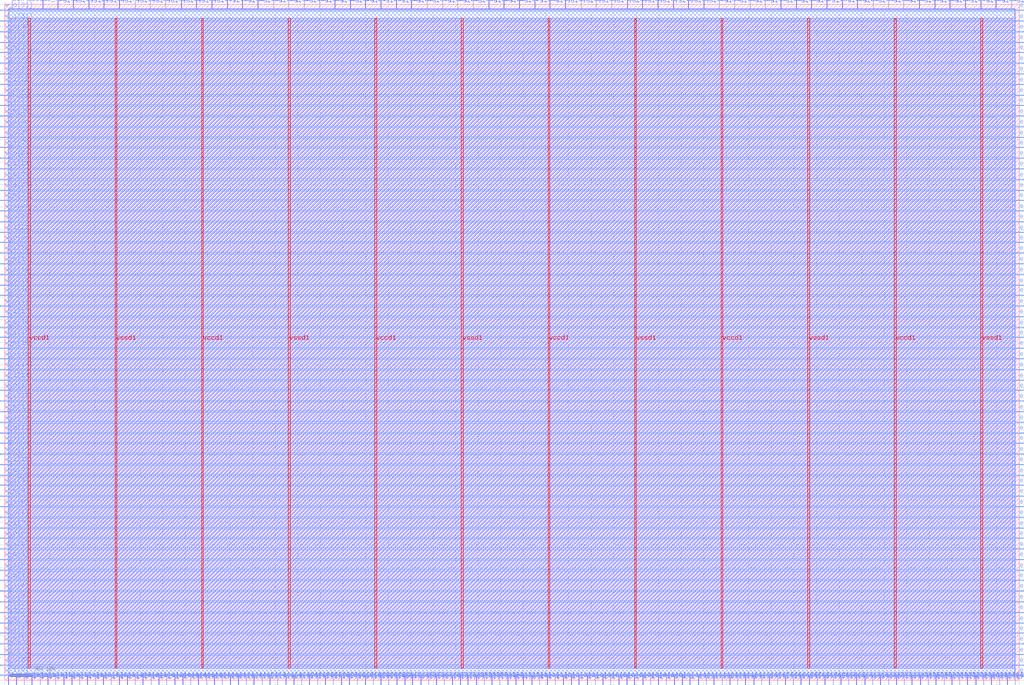
<source format=lef>
VERSION 5.7 ;
  NOWIREEXTENSIONATPIN ON ;
  DIVIDERCHAR "/" ;
  BUSBITCHARS "[]" ;
MACRO sin3
  CLASS BLOCK ;
  FOREIGN sin3 ;
  ORIGIN 0.000 0.000 ;
  SIZE 900.000 BY 600.000 ;
  PIN ao_reg[0]
    DIRECTION OUTPUT TRISTATE ;
    USE SIGNAL ;
    PORT
      LAYER met2 ;
        RECT 33.670 596.000 33.950 604.000 ;
    END
  END ao_reg[0]
  PIN ao_reg[10]
    DIRECTION OUTPUT TRISTATE ;
    USE SIGNAL ;
    PORT
      LAYER met2 ;
        RECT 169.830 596.000 170.110 604.000 ;
    END
  END ao_reg[10]
  PIN ao_reg[11]
    DIRECTION OUTPUT TRISTATE ;
    USE SIGNAL ;
    PORT
      LAYER met2 ;
        RECT 183.630 596.000 183.910 604.000 ;
    END
  END ao_reg[11]
  PIN ao_reg[12]
    DIRECTION OUTPUT TRISTATE ;
    USE SIGNAL ;
    PORT
      LAYER met2 ;
        RECT 197.430 596.000 197.710 604.000 ;
    END
  END ao_reg[12]
  PIN ao_reg[13]
    DIRECTION OUTPUT TRISTATE ;
    USE SIGNAL ;
    PORT
      LAYER met2 ;
        RECT 210.770 596.000 211.050 604.000 ;
    END
  END ao_reg[13]
  PIN ao_reg[14]
    DIRECTION OUTPUT TRISTATE ;
    USE SIGNAL ;
    PORT
      LAYER met2 ;
        RECT 224.570 596.000 224.850 604.000 ;
    END
  END ao_reg[14]
  PIN ao_reg[15]
    DIRECTION OUTPUT TRISTATE ;
    USE SIGNAL ;
    PORT
      LAYER met2 ;
        RECT 238.370 596.000 238.650 604.000 ;
    END
  END ao_reg[15]
  PIN ao_reg[16]
    DIRECTION OUTPUT TRISTATE ;
    USE SIGNAL ;
    PORT
      LAYER met2 ;
        RECT 251.710 596.000 251.990 604.000 ;
    END
  END ao_reg[16]
  PIN ao_reg[17]
    DIRECTION OUTPUT TRISTATE ;
    USE SIGNAL ;
    PORT
      LAYER met2 ;
        RECT 265.510 596.000 265.790 604.000 ;
    END
  END ao_reg[17]
  PIN ao_reg[18]
    DIRECTION OUTPUT TRISTATE ;
    USE SIGNAL ;
    PORT
      LAYER met2 ;
        RECT 279.310 596.000 279.590 604.000 ;
    END
  END ao_reg[18]
  PIN ao_reg[19]
    DIRECTION OUTPUT TRISTATE ;
    USE SIGNAL ;
    PORT
      LAYER met2 ;
        RECT 292.650 596.000 292.930 604.000 ;
    END
  END ao_reg[19]
  PIN ao_reg[1]
    DIRECTION OUTPUT TRISTATE ;
    USE SIGNAL ;
    PORT
      LAYER met2 ;
        RECT 47.010 596.000 47.290 604.000 ;
    END
  END ao_reg[1]
  PIN ao_reg[20]
    DIRECTION OUTPUT TRISTATE ;
    USE SIGNAL ;
    PORT
      LAYER met2 ;
        RECT 306.450 596.000 306.730 604.000 ;
    END
  END ao_reg[20]
  PIN ao_reg[21]
    DIRECTION OUTPUT TRISTATE ;
    USE SIGNAL ;
    PORT
      LAYER met2 ;
        RECT 319.790 596.000 320.070 604.000 ;
    END
  END ao_reg[21]
  PIN ao_reg[22]
    DIRECTION OUTPUT TRISTATE ;
    USE SIGNAL ;
    PORT
      LAYER met2 ;
        RECT 333.590 596.000 333.870 604.000 ;
    END
  END ao_reg[22]
  PIN ao_reg[23]
    DIRECTION OUTPUT TRISTATE ;
    USE SIGNAL ;
    PORT
      LAYER met2 ;
        RECT 347.390 596.000 347.670 604.000 ;
    END
  END ao_reg[23]
  PIN ao_reg[24]
    DIRECTION OUTPUT TRISTATE ;
    USE SIGNAL ;
    PORT
      LAYER met2 ;
        RECT 360.730 596.000 361.010 604.000 ;
    END
  END ao_reg[24]
  PIN ao_reg[25]
    DIRECTION OUTPUT TRISTATE ;
    USE SIGNAL ;
    PORT
      LAYER met2 ;
        RECT 374.530 596.000 374.810 604.000 ;
    END
  END ao_reg[25]
  PIN ao_reg[26]
    DIRECTION OUTPUT TRISTATE ;
    USE SIGNAL ;
    PORT
      LAYER met2 ;
        RECT 388.330 596.000 388.610 604.000 ;
    END
  END ao_reg[26]
  PIN ao_reg[27]
    DIRECTION OUTPUT TRISTATE ;
    USE SIGNAL ;
    PORT
      LAYER met2 ;
        RECT 401.670 596.000 401.950 604.000 ;
    END
  END ao_reg[27]
  PIN ao_reg[28]
    DIRECTION OUTPUT TRISTATE ;
    USE SIGNAL ;
    PORT
      LAYER met2 ;
        RECT 415.470 596.000 415.750 604.000 ;
    END
  END ao_reg[28]
  PIN ao_reg[29]
    DIRECTION OUTPUT TRISTATE ;
    USE SIGNAL ;
    PORT
      LAYER met2 ;
        RECT 429.270 596.000 429.550 604.000 ;
    END
  END ao_reg[29]
  PIN ao_reg[2]
    DIRECTION OUTPUT TRISTATE ;
    USE SIGNAL ;
    PORT
      LAYER met2 ;
        RECT 60.810 596.000 61.090 604.000 ;
    END
  END ao_reg[2]
  PIN ao_reg[30]
    DIRECTION OUTPUT TRISTATE ;
    USE SIGNAL ;
    PORT
      LAYER met2 ;
        RECT 442.610 596.000 442.890 604.000 ;
    END
  END ao_reg[30]
  PIN ao_reg[31]
    DIRECTION OUTPUT TRISTATE ;
    USE SIGNAL ;
    PORT
      LAYER met2 ;
        RECT 456.410 596.000 456.690 604.000 ;
    END
  END ao_reg[31]
  PIN ao_reg[3]
    DIRECTION OUTPUT TRISTATE ;
    USE SIGNAL ;
    PORT
      LAYER met2 ;
        RECT 74.610 596.000 74.890 604.000 ;
    END
  END ao_reg[3]
  PIN ao_reg[4]
    DIRECTION OUTPUT TRISTATE ;
    USE SIGNAL ;
    PORT
      LAYER met2 ;
        RECT 87.950 596.000 88.230 604.000 ;
    END
  END ao_reg[4]
  PIN ao_reg[5]
    DIRECTION OUTPUT TRISTATE ;
    USE SIGNAL ;
    PORT
      LAYER met2 ;
        RECT 101.750 596.000 102.030 604.000 ;
    END
  END ao_reg[5]
  PIN ao_reg[6]
    DIRECTION OUTPUT TRISTATE ;
    USE SIGNAL ;
    PORT
      LAYER met2 ;
        RECT 115.550 596.000 115.830 604.000 ;
    END
  END ao_reg[6]
  PIN ao_reg[7]
    DIRECTION OUTPUT TRISTATE ;
    USE SIGNAL ;
    PORT
      LAYER met2 ;
        RECT 128.890 596.000 129.170 604.000 ;
    END
  END ao_reg[7]
  PIN ao_reg[8]
    DIRECTION OUTPUT TRISTATE ;
    USE SIGNAL ;
    PORT
      LAYER met2 ;
        RECT 142.690 596.000 142.970 604.000 ;
    END
  END ao_reg[8]
  PIN ao_reg[9]
    DIRECTION OUTPUT TRISTATE ;
    USE SIGNAL ;
    PORT
      LAYER met2 ;
        RECT 156.490 596.000 156.770 604.000 ;
    END
  END ao_reg[9]
  PIN asel
    DIRECTION INPUT ;
    USE SIGNAL ;
    PORT
      LAYER met2 ;
        RECT 19.870 596.000 20.150 604.000 ;
    END
  END asel
  PIN bo_reg[0]
    DIRECTION OUTPUT TRISTATE ;
    USE SIGNAL ;
    PORT
      LAYER met2 ;
        RECT 470.210 596.000 470.490 604.000 ;
    END
  END bo_reg[0]
  PIN bo_reg[10]
    DIRECTION OUTPUT TRISTATE ;
    USE SIGNAL ;
    PORT
      LAYER met2 ;
        RECT 606.370 596.000 606.650 604.000 ;
    END
  END bo_reg[10]
  PIN bo_reg[11]
    DIRECTION OUTPUT TRISTATE ;
    USE SIGNAL ;
    PORT
      LAYER met2 ;
        RECT 620.170 596.000 620.450 604.000 ;
    END
  END bo_reg[11]
  PIN bo_reg[12]
    DIRECTION OUTPUT TRISTATE ;
    USE SIGNAL ;
    PORT
      LAYER met2 ;
        RECT 633.510 596.000 633.790 604.000 ;
    END
  END bo_reg[12]
  PIN bo_reg[13]
    DIRECTION OUTPUT TRISTATE ;
    USE SIGNAL ;
    PORT
      LAYER met2 ;
        RECT 647.310 596.000 647.590 604.000 ;
    END
  END bo_reg[13]
  PIN bo_reg[14]
    DIRECTION OUTPUT TRISTATE ;
    USE SIGNAL ;
    PORT
      LAYER met2 ;
        RECT 661.110 596.000 661.390 604.000 ;
    END
  END bo_reg[14]
  PIN bo_reg[15]
    DIRECTION OUTPUT TRISTATE ;
    USE SIGNAL ;
    PORT
      LAYER met2 ;
        RECT 674.450 596.000 674.730 604.000 ;
    END
  END bo_reg[15]
  PIN bo_reg[16]
    DIRECTION OUTPUT TRISTATE ;
    USE SIGNAL ;
    PORT
      LAYER met2 ;
        RECT 688.250 596.000 688.530 604.000 ;
    END
  END bo_reg[16]
  PIN bo_reg[17]
    DIRECTION OUTPUT TRISTATE ;
    USE SIGNAL ;
    PORT
      LAYER met2 ;
        RECT 702.050 596.000 702.330 604.000 ;
    END
  END bo_reg[17]
  PIN bo_reg[18]
    DIRECTION OUTPUT TRISTATE ;
    USE SIGNAL ;
    PORT
      LAYER met2 ;
        RECT 715.390 596.000 715.670 604.000 ;
    END
  END bo_reg[18]
  PIN bo_reg[19]
    DIRECTION OUTPUT TRISTATE ;
    USE SIGNAL ;
    PORT
      LAYER met2 ;
        RECT 729.190 596.000 729.470 604.000 ;
    END
  END bo_reg[19]
  PIN bo_reg[1]
    DIRECTION OUTPUT TRISTATE ;
    USE SIGNAL ;
    PORT
      LAYER met2 ;
        RECT 483.550 596.000 483.830 604.000 ;
    END
  END bo_reg[1]
  PIN bo_reg[20]
    DIRECTION OUTPUT TRISTATE ;
    USE SIGNAL ;
    PORT
      LAYER met2 ;
        RECT 742.990 596.000 743.270 604.000 ;
    END
  END bo_reg[20]
  PIN bo_reg[21]
    DIRECTION OUTPUT TRISTATE ;
    USE SIGNAL ;
    PORT
      LAYER met2 ;
        RECT 756.330 596.000 756.610 604.000 ;
    END
  END bo_reg[21]
  PIN bo_reg[22]
    DIRECTION OUTPUT TRISTATE ;
    USE SIGNAL ;
    PORT
      LAYER met2 ;
        RECT 770.130 596.000 770.410 604.000 ;
    END
  END bo_reg[22]
  PIN bo_reg[23]
    DIRECTION OUTPUT TRISTATE ;
    USE SIGNAL ;
    PORT
      LAYER met2 ;
        RECT 783.930 596.000 784.210 604.000 ;
    END
  END bo_reg[23]
  PIN bo_reg[24]
    DIRECTION OUTPUT TRISTATE ;
    USE SIGNAL ;
    PORT
      LAYER met2 ;
        RECT 797.270 596.000 797.550 604.000 ;
    END
  END bo_reg[24]
  PIN bo_reg[25]
    DIRECTION OUTPUT TRISTATE ;
    USE SIGNAL ;
    PORT
      LAYER met2 ;
        RECT 811.070 596.000 811.350 604.000 ;
    END
  END bo_reg[25]
  PIN bo_reg[26]
    DIRECTION OUTPUT TRISTATE ;
    USE SIGNAL ;
    PORT
      LAYER met2 ;
        RECT 824.870 596.000 825.150 604.000 ;
    END
  END bo_reg[26]
  PIN bo_reg[27]
    DIRECTION OUTPUT TRISTATE ;
    USE SIGNAL ;
    PORT
      LAYER met2 ;
        RECT 838.210 596.000 838.490 604.000 ;
    END
  END bo_reg[27]
  PIN bo_reg[28]
    DIRECTION OUTPUT TRISTATE ;
    USE SIGNAL ;
    PORT
      LAYER met2 ;
        RECT 852.010 596.000 852.290 604.000 ;
    END
  END bo_reg[28]
  PIN bo_reg[29]
    DIRECTION OUTPUT TRISTATE ;
    USE SIGNAL ;
    PORT
      LAYER met2 ;
        RECT 865.810 596.000 866.090 604.000 ;
    END
  END bo_reg[29]
  PIN bo_reg[2]
    DIRECTION OUTPUT TRISTATE ;
    USE SIGNAL ;
    PORT
      LAYER met2 ;
        RECT 497.350 596.000 497.630 604.000 ;
    END
  END bo_reg[2]
  PIN bo_reg[30]
    DIRECTION OUTPUT TRISTATE ;
    USE SIGNAL ;
    PORT
      LAYER met2 ;
        RECT 879.150 596.000 879.430 604.000 ;
    END
  END bo_reg[30]
  PIN bo_reg[31]
    DIRECTION OUTPUT TRISTATE ;
    USE SIGNAL ;
    PORT
      LAYER met2 ;
        RECT 892.950 596.000 893.230 604.000 ;
    END
  END bo_reg[31]
  PIN bo_reg[3]
    DIRECTION OUTPUT TRISTATE ;
    USE SIGNAL ;
    PORT
      LAYER met2 ;
        RECT 511.150 596.000 511.430 604.000 ;
    END
  END bo_reg[3]
  PIN bo_reg[4]
    DIRECTION OUTPUT TRISTATE ;
    USE SIGNAL ;
    PORT
      LAYER met2 ;
        RECT 524.490 596.000 524.770 604.000 ;
    END
  END bo_reg[4]
  PIN bo_reg[5]
    DIRECTION OUTPUT TRISTATE ;
    USE SIGNAL ;
    PORT
      LAYER met2 ;
        RECT 538.290 596.000 538.570 604.000 ;
    END
  END bo_reg[5]
  PIN bo_reg[6]
    DIRECTION OUTPUT TRISTATE ;
    USE SIGNAL ;
    PORT
      LAYER met2 ;
        RECT 552.090 596.000 552.370 604.000 ;
    END
  END bo_reg[6]
  PIN bo_reg[7]
    DIRECTION OUTPUT TRISTATE ;
    USE SIGNAL ;
    PORT
      LAYER met2 ;
        RECT 565.430 596.000 565.710 604.000 ;
    END
  END bo_reg[7]
  PIN bo_reg[8]
    DIRECTION OUTPUT TRISTATE ;
    USE SIGNAL ;
    PORT
      LAYER met2 ;
        RECT 579.230 596.000 579.510 604.000 ;
    END
  END bo_reg[8]
  PIN bo_reg[9]
    DIRECTION OUTPUT TRISTATE ;
    USE SIGNAL ;
    PORT
      LAYER met2 ;
        RECT 593.030 596.000 593.310 604.000 ;
    END
  END bo_reg[9]
  PIN clk
    DIRECTION INPUT ;
    USE SIGNAL ;
    PORT
      LAYER met2 ;
        RECT 6.530 596.000 6.810 604.000 ;
    END
  END clk
  PIN e_i[0]
    DIRECTION INPUT ;
    USE SIGNAL ;
    PORT
      LAYER met3 ;
        RECT 896.000 4.120 904.000 4.720 ;
    END
  END e_i[0]
  PIN e_i[10]
    DIRECTION INPUT ;
    USE SIGNAL ;
    PORT
      LAYER met3 ;
        RECT 896.000 191.120 904.000 191.720 ;
    END
  END e_i[10]
  PIN e_i[11]
    DIRECTION INPUT ;
    USE SIGNAL ;
    PORT
      LAYER met3 ;
        RECT 896.000 210.160 904.000 210.760 ;
    END
  END e_i[11]
  PIN e_i[12]
    DIRECTION INPUT ;
    USE SIGNAL ;
    PORT
      LAYER met3 ;
        RECT 896.000 228.520 904.000 229.120 ;
    END
  END e_i[12]
  PIN e_i[13]
    DIRECTION INPUT ;
    USE SIGNAL ;
    PORT
      LAYER met3 ;
        RECT 896.000 247.560 904.000 248.160 ;
    END
  END e_i[13]
  PIN e_i[14]
    DIRECTION INPUT ;
    USE SIGNAL ;
    PORT
      LAYER met3 ;
        RECT 896.000 265.920 904.000 266.520 ;
    END
  END e_i[14]
  PIN e_i[15]
    DIRECTION INPUT ;
    USE SIGNAL ;
    PORT
      LAYER met3 ;
        RECT 896.000 284.960 904.000 285.560 ;
    END
  END e_i[15]
  PIN e_i[16]
    DIRECTION INPUT ;
    USE SIGNAL ;
    PORT
      LAYER met3 ;
        RECT 896.000 304.000 904.000 304.600 ;
    END
  END e_i[16]
  PIN e_i[17]
    DIRECTION INPUT ;
    USE SIGNAL ;
    PORT
      LAYER met3 ;
        RECT 896.000 322.360 904.000 322.960 ;
    END
  END e_i[17]
  PIN e_i[18]
    DIRECTION INPUT ;
    USE SIGNAL ;
    PORT
      LAYER met3 ;
        RECT 896.000 341.400 904.000 342.000 ;
    END
  END e_i[18]
  PIN e_i[19]
    DIRECTION INPUT ;
    USE SIGNAL ;
    PORT
      LAYER met3 ;
        RECT 896.000 359.760 904.000 360.360 ;
    END
  END e_i[19]
  PIN e_i[1]
    DIRECTION INPUT ;
    USE SIGNAL ;
    PORT
      LAYER met3 ;
        RECT 896.000 22.480 904.000 23.080 ;
    END
  END e_i[1]
  PIN e_i[20]
    DIRECTION INPUT ;
    USE SIGNAL ;
    PORT
      LAYER met3 ;
        RECT 896.000 378.800 904.000 379.400 ;
    END
  END e_i[20]
  PIN e_i[21]
    DIRECTION INPUT ;
    USE SIGNAL ;
    PORT
      LAYER met3 ;
        RECT 896.000 397.160 904.000 397.760 ;
    END
  END e_i[21]
  PIN e_i[22]
    DIRECTION INPUT ;
    USE SIGNAL ;
    PORT
      LAYER met3 ;
        RECT 896.000 416.200 904.000 416.800 ;
    END
  END e_i[22]
  PIN e_i[23]
    DIRECTION INPUT ;
    USE SIGNAL ;
    PORT
      LAYER met3 ;
        RECT 896.000 434.560 904.000 435.160 ;
    END
  END e_i[23]
  PIN e_i[24]
    DIRECTION INPUT ;
    USE SIGNAL ;
    PORT
      LAYER met3 ;
        RECT 896.000 453.600 904.000 454.200 ;
    END
  END e_i[24]
  PIN e_i[25]
    DIRECTION INPUT ;
    USE SIGNAL ;
    PORT
      LAYER met3 ;
        RECT 896.000 472.640 904.000 473.240 ;
    END
  END e_i[25]
  PIN e_i[26]
    DIRECTION INPUT ;
    USE SIGNAL ;
    PORT
      LAYER met3 ;
        RECT 896.000 491.000 904.000 491.600 ;
    END
  END e_i[26]
  PIN e_i[27]
    DIRECTION INPUT ;
    USE SIGNAL ;
    PORT
      LAYER met3 ;
        RECT 896.000 510.040 904.000 510.640 ;
    END
  END e_i[27]
  PIN e_i[28]
    DIRECTION INPUT ;
    USE SIGNAL ;
    PORT
      LAYER met3 ;
        RECT 896.000 528.400 904.000 529.000 ;
    END
  END e_i[28]
  PIN e_i[29]
    DIRECTION INPUT ;
    USE SIGNAL ;
    PORT
      LAYER met3 ;
        RECT 896.000 547.440 904.000 548.040 ;
    END
  END e_i[29]
  PIN e_i[2]
    DIRECTION INPUT ;
    USE SIGNAL ;
    PORT
      LAYER met3 ;
        RECT 896.000 41.520 904.000 42.120 ;
    END
  END e_i[2]
  PIN e_i[30]
    DIRECTION INPUT ;
    USE SIGNAL ;
    PORT
      LAYER met3 ;
        RECT 896.000 565.800 904.000 566.400 ;
    END
  END e_i[30]
  PIN e_i[31]
    DIRECTION INPUT ;
    USE SIGNAL ;
    PORT
      LAYER met3 ;
        RECT 896.000 584.840 904.000 585.440 ;
    END
  END e_i[31]
  PIN e_i[3]
    DIRECTION INPUT ;
    USE SIGNAL ;
    PORT
      LAYER met3 ;
        RECT 896.000 59.880 904.000 60.480 ;
    END
  END e_i[3]
  PIN e_i[4]
    DIRECTION INPUT ;
    USE SIGNAL ;
    PORT
      LAYER met3 ;
        RECT 896.000 78.920 904.000 79.520 ;
    END
  END e_i[4]
  PIN e_i[5]
    DIRECTION INPUT ;
    USE SIGNAL ;
    PORT
      LAYER met3 ;
        RECT 896.000 97.280 904.000 97.880 ;
    END
  END e_i[5]
  PIN e_i[6]
    DIRECTION INPUT ;
    USE SIGNAL ;
    PORT
      LAYER met3 ;
        RECT 896.000 116.320 904.000 116.920 ;
    END
  END e_i[6]
  PIN e_i[7]
    DIRECTION INPUT ;
    USE SIGNAL ;
    PORT
      LAYER met3 ;
        RECT 896.000 134.680 904.000 135.280 ;
    END
  END e_i[7]
  PIN e_i[8]
    DIRECTION INPUT ;
    USE SIGNAL ;
    PORT
      LAYER met3 ;
        RECT 896.000 153.720 904.000 154.320 ;
    END
  END e_i[8]
  PIN e_i[9]
    DIRECTION INPUT ;
    USE SIGNAL ;
    PORT
      LAYER met3 ;
        RECT 896.000 172.760 904.000 173.360 ;
    END
  END e_i[9]
  PIN e_o[0]
    DIRECTION OUTPUT TRISTATE ;
    USE SIGNAL ;
    PORT
      LAYER met3 ;
        RECT 896.000 12.960 904.000 13.560 ;
    END
  END e_o[0]
  PIN e_o[10]
    DIRECTION OUTPUT TRISTATE ;
    USE SIGNAL ;
    PORT
      LAYER met3 ;
        RECT 896.000 200.640 904.000 201.240 ;
    END
  END e_o[10]
  PIN e_o[11]
    DIRECTION OUTPUT TRISTATE ;
    USE SIGNAL ;
    PORT
      LAYER met3 ;
        RECT 896.000 219.000 904.000 219.600 ;
    END
  END e_o[11]
  PIN e_o[12]
    DIRECTION OUTPUT TRISTATE ;
    USE SIGNAL ;
    PORT
      LAYER met3 ;
        RECT 896.000 238.040 904.000 238.640 ;
    END
  END e_o[12]
  PIN e_o[13]
    DIRECTION OUTPUT TRISTATE ;
    USE SIGNAL ;
    PORT
      LAYER met3 ;
        RECT 896.000 257.080 904.000 257.680 ;
    END
  END e_o[13]
  PIN e_o[14]
    DIRECTION OUTPUT TRISTATE ;
    USE SIGNAL ;
    PORT
      LAYER met3 ;
        RECT 896.000 275.440 904.000 276.040 ;
    END
  END e_o[14]
  PIN e_o[15]
    DIRECTION OUTPUT TRISTATE ;
    USE SIGNAL ;
    PORT
      LAYER met3 ;
        RECT 896.000 294.480 904.000 295.080 ;
    END
  END e_o[15]
  PIN e_o[16]
    DIRECTION OUTPUT TRISTATE ;
    USE SIGNAL ;
    PORT
      LAYER met3 ;
        RECT 896.000 312.840 904.000 313.440 ;
    END
  END e_o[16]
  PIN e_o[17]
    DIRECTION OUTPUT TRISTATE ;
    USE SIGNAL ;
    PORT
      LAYER met3 ;
        RECT 896.000 331.880 904.000 332.480 ;
    END
  END e_o[17]
  PIN e_o[18]
    DIRECTION OUTPUT TRISTATE ;
    USE SIGNAL ;
    PORT
      LAYER met3 ;
        RECT 896.000 350.240 904.000 350.840 ;
    END
  END e_o[18]
  PIN e_o[19]
    DIRECTION OUTPUT TRISTATE ;
    USE SIGNAL ;
    PORT
      LAYER met3 ;
        RECT 896.000 369.280 904.000 369.880 ;
    END
  END e_o[19]
  PIN e_o[1]
    DIRECTION OUTPUT TRISTATE ;
    USE SIGNAL ;
    PORT
      LAYER met3 ;
        RECT 896.000 32.000 904.000 32.600 ;
    END
  END e_o[1]
  PIN e_o[20]
    DIRECTION OUTPUT TRISTATE ;
    USE SIGNAL ;
    PORT
      LAYER met3 ;
        RECT 896.000 388.320 904.000 388.920 ;
    END
  END e_o[20]
  PIN e_o[21]
    DIRECTION OUTPUT TRISTATE ;
    USE SIGNAL ;
    PORT
      LAYER met3 ;
        RECT 896.000 406.680 904.000 407.280 ;
    END
  END e_o[21]
  PIN e_o[22]
    DIRECTION OUTPUT TRISTATE ;
    USE SIGNAL ;
    PORT
      LAYER met3 ;
        RECT 896.000 425.720 904.000 426.320 ;
    END
  END e_o[22]
  PIN e_o[23]
    DIRECTION OUTPUT TRISTATE ;
    USE SIGNAL ;
    PORT
      LAYER met3 ;
        RECT 896.000 444.080 904.000 444.680 ;
    END
  END e_o[23]
  PIN e_o[24]
    DIRECTION OUTPUT TRISTATE ;
    USE SIGNAL ;
    PORT
      LAYER met3 ;
        RECT 896.000 463.120 904.000 463.720 ;
    END
  END e_o[24]
  PIN e_o[25]
    DIRECTION OUTPUT TRISTATE ;
    USE SIGNAL ;
    PORT
      LAYER met3 ;
        RECT 896.000 481.480 904.000 482.080 ;
    END
  END e_o[25]
  PIN e_o[26]
    DIRECTION OUTPUT TRISTATE ;
    USE SIGNAL ;
    PORT
      LAYER met3 ;
        RECT 896.000 500.520 904.000 501.120 ;
    END
  END e_o[26]
  PIN e_o[27]
    DIRECTION OUTPUT TRISTATE ;
    USE SIGNAL ;
    PORT
      LAYER met3 ;
        RECT 896.000 518.880 904.000 519.480 ;
    END
  END e_o[27]
  PIN e_o[28]
    DIRECTION OUTPUT TRISTATE ;
    USE SIGNAL ;
    PORT
      LAYER met3 ;
        RECT 896.000 537.920 904.000 538.520 ;
    END
  END e_o[28]
  PIN e_o[29]
    DIRECTION OUTPUT TRISTATE ;
    USE SIGNAL ;
    PORT
      LAYER met3 ;
        RECT 896.000 556.960 904.000 557.560 ;
    END
  END e_o[29]
  PIN e_o[2]
    DIRECTION OUTPUT TRISTATE ;
    USE SIGNAL ;
    PORT
      LAYER met3 ;
        RECT 896.000 50.360 904.000 50.960 ;
    END
  END e_o[2]
  PIN e_o[30]
    DIRECTION OUTPUT TRISTATE ;
    USE SIGNAL ;
    PORT
      LAYER met3 ;
        RECT 896.000 575.320 904.000 575.920 ;
    END
  END e_o[30]
  PIN e_o[31]
    DIRECTION OUTPUT TRISTATE ;
    USE SIGNAL ;
    PORT
      LAYER met3 ;
        RECT 896.000 594.360 904.000 594.960 ;
    END
  END e_o[31]
  PIN e_o[3]
    DIRECTION OUTPUT TRISTATE ;
    USE SIGNAL ;
    PORT
      LAYER met3 ;
        RECT 896.000 69.400 904.000 70.000 ;
    END
  END e_o[3]
  PIN e_o[4]
    DIRECTION OUTPUT TRISTATE ;
    USE SIGNAL ;
    PORT
      LAYER met3 ;
        RECT 896.000 88.440 904.000 89.040 ;
    END
  END e_o[4]
  PIN e_o[5]
    DIRECTION OUTPUT TRISTATE ;
    USE SIGNAL ;
    PORT
      LAYER met3 ;
        RECT 896.000 106.800 904.000 107.400 ;
    END
  END e_o[5]
  PIN e_o[6]
    DIRECTION OUTPUT TRISTATE ;
    USE SIGNAL ;
    PORT
      LAYER met3 ;
        RECT 896.000 125.840 904.000 126.440 ;
    END
  END e_o[6]
  PIN e_o[7]
    DIRECTION OUTPUT TRISTATE ;
    USE SIGNAL ;
    PORT
      LAYER met3 ;
        RECT 896.000 144.200 904.000 144.800 ;
    END
  END e_o[7]
  PIN e_o[8]
    DIRECTION OUTPUT TRISTATE ;
    USE SIGNAL ;
    PORT
      LAYER met3 ;
        RECT 896.000 163.240 904.000 163.840 ;
    END
  END e_o[8]
  PIN e_o[9]
    DIRECTION OUTPUT TRISTATE ;
    USE SIGNAL ;
    PORT
      LAYER met3 ;
        RECT 896.000 181.600 904.000 182.200 ;
    END
  END e_o[9]
  PIN se_i[0]
    DIRECTION INPUT ;
    USE SIGNAL ;
    PORT
      LAYER met2 ;
        RECT 453.190 -4.000 453.470 4.000 ;
    END
  END se_i[0]
  PIN se_i[10]
    DIRECTION INPUT ;
    USE SIGNAL ;
    PORT
      LAYER met2 ;
        RECT 593.950 -4.000 594.230 4.000 ;
    END
  END se_i[10]
  PIN se_i[11]
    DIRECTION INPUT ;
    USE SIGNAL ;
    PORT
      LAYER met2 ;
        RECT 607.750 -4.000 608.030 4.000 ;
    END
  END se_i[11]
  PIN se_i[12]
    DIRECTION INPUT ;
    USE SIGNAL ;
    PORT
      LAYER met2 ;
        RECT 622.010 -4.000 622.290 4.000 ;
    END
  END se_i[12]
  PIN se_i[13]
    DIRECTION INPUT ;
    USE SIGNAL ;
    PORT
      LAYER met2 ;
        RECT 636.270 -4.000 636.550 4.000 ;
    END
  END se_i[13]
  PIN se_i[14]
    DIRECTION INPUT ;
    USE SIGNAL ;
    PORT
      LAYER met2 ;
        RECT 650.070 -4.000 650.350 4.000 ;
    END
  END se_i[14]
  PIN se_i[15]
    DIRECTION INPUT ;
    USE SIGNAL ;
    PORT
      LAYER met2 ;
        RECT 664.330 -4.000 664.610 4.000 ;
    END
  END se_i[15]
  PIN se_i[16]
    DIRECTION INPUT ;
    USE SIGNAL ;
    PORT
      LAYER met2 ;
        RECT 678.130 -4.000 678.410 4.000 ;
    END
  END se_i[16]
  PIN se_i[17]
    DIRECTION INPUT ;
    USE SIGNAL ;
    PORT
      LAYER met2 ;
        RECT 692.390 -4.000 692.670 4.000 ;
    END
  END se_i[17]
  PIN se_i[18]
    DIRECTION INPUT ;
    USE SIGNAL ;
    PORT
      LAYER met2 ;
        RECT 706.190 -4.000 706.470 4.000 ;
    END
  END se_i[18]
  PIN se_i[19]
    DIRECTION INPUT ;
    USE SIGNAL ;
    PORT
      LAYER met2 ;
        RECT 720.450 -4.000 720.730 4.000 ;
    END
  END se_i[19]
  PIN se_i[1]
    DIRECTION INPUT ;
    USE SIGNAL ;
    PORT
      LAYER met2 ;
        RECT 467.450 -4.000 467.730 4.000 ;
    END
  END se_i[1]
  PIN se_i[20]
    DIRECTION INPUT ;
    USE SIGNAL ;
    PORT
      LAYER met2 ;
        RECT 734.710 -4.000 734.990 4.000 ;
    END
  END se_i[20]
  PIN se_i[21]
    DIRECTION INPUT ;
    USE SIGNAL ;
    PORT
      LAYER met2 ;
        RECT 748.510 -4.000 748.790 4.000 ;
    END
  END se_i[21]
  PIN se_i[22]
    DIRECTION INPUT ;
    USE SIGNAL ;
    PORT
      LAYER met2 ;
        RECT 762.770 -4.000 763.050 4.000 ;
    END
  END se_i[22]
  PIN se_i[23]
    DIRECTION INPUT ;
    USE SIGNAL ;
    PORT
      LAYER met2 ;
        RECT 776.570 -4.000 776.850 4.000 ;
    END
  END se_i[23]
  PIN se_i[24]
    DIRECTION INPUT ;
    USE SIGNAL ;
    PORT
      LAYER met2 ;
        RECT 790.830 -4.000 791.110 4.000 ;
    END
  END se_i[24]
  PIN se_i[25]
    DIRECTION INPUT ;
    USE SIGNAL ;
    PORT
      LAYER met2 ;
        RECT 804.630 -4.000 804.910 4.000 ;
    END
  END se_i[25]
  PIN se_i[26]
    DIRECTION INPUT ;
    USE SIGNAL ;
    PORT
      LAYER met2 ;
        RECT 818.890 -4.000 819.170 4.000 ;
    END
  END se_i[26]
  PIN se_i[27]
    DIRECTION INPUT ;
    USE SIGNAL ;
    PORT
      LAYER met2 ;
        RECT 833.150 -4.000 833.430 4.000 ;
    END
  END se_i[27]
  PIN se_i[28]
    DIRECTION INPUT ;
    USE SIGNAL ;
    PORT
      LAYER met2 ;
        RECT 846.950 -4.000 847.230 4.000 ;
    END
  END se_i[28]
  PIN se_i[29]
    DIRECTION INPUT ;
    USE SIGNAL ;
    PORT
      LAYER met2 ;
        RECT 861.210 -4.000 861.490 4.000 ;
    END
  END se_i[29]
  PIN se_i[2]
    DIRECTION INPUT ;
    USE SIGNAL ;
    PORT
      LAYER met2 ;
        RECT 481.250 -4.000 481.530 4.000 ;
    END
  END se_i[2]
  PIN se_i[30]
    DIRECTION INPUT ;
    USE SIGNAL ;
    PORT
      LAYER met2 ;
        RECT 875.010 -4.000 875.290 4.000 ;
    END
  END se_i[30]
  PIN se_i[31]
    DIRECTION INPUT ;
    USE SIGNAL ;
    PORT
      LAYER met2 ;
        RECT 889.270 -4.000 889.550 4.000 ;
    END
  END se_i[31]
  PIN se_i[3]
    DIRECTION INPUT ;
    USE SIGNAL ;
    PORT
      LAYER met2 ;
        RECT 495.510 -4.000 495.790 4.000 ;
    END
  END se_i[3]
  PIN se_i[4]
    DIRECTION INPUT ;
    USE SIGNAL ;
    PORT
      LAYER met2 ;
        RECT 509.310 -4.000 509.590 4.000 ;
    END
  END se_i[4]
  PIN se_i[5]
    DIRECTION INPUT ;
    USE SIGNAL ;
    PORT
      LAYER met2 ;
        RECT 523.570 -4.000 523.850 4.000 ;
    END
  END se_i[5]
  PIN se_i[6]
    DIRECTION INPUT ;
    USE SIGNAL ;
    PORT
      LAYER met2 ;
        RECT 537.370 -4.000 537.650 4.000 ;
    END
  END se_i[6]
  PIN se_i[7]
    DIRECTION INPUT ;
    USE SIGNAL ;
    PORT
      LAYER met2 ;
        RECT 551.630 -4.000 551.910 4.000 ;
    END
  END se_i[7]
  PIN se_i[8]
    DIRECTION INPUT ;
    USE SIGNAL ;
    PORT
      LAYER met2 ;
        RECT 565.890 -4.000 566.170 4.000 ;
    END
  END se_i[8]
  PIN se_i[9]
    DIRECTION INPUT ;
    USE SIGNAL ;
    PORT
      LAYER met2 ;
        RECT 579.690 -4.000 579.970 4.000 ;
    END
  END se_i[9]
  PIN se_o[0]
    DIRECTION OUTPUT TRISTATE ;
    USE SIGNAL ;
    PORT
      LAYER met2 ;
        RECT 460.090 -4.000 460.370 4.000 ;
    END
  END se_o[0]
  PIN se_o[10]
    DIRECTION OUTPUT TRISTATE ;
    USE SIGNAL ;
    PORT
      LAYER met2 ;
        RECT 600.850 -4.000 601.130 4.000 ;
    END
  END se_o[10]
  PIN se_o[11]
    DIRECTION OUTPUT TRISTATE ;
    USE SIGNAL ;
    PORT
      LAYER met2 ;
        RECT 615.110 -4.000 615.390 4.000 ;
    END
  END se_o[11]
  PIN se_o[12]
    DIRECTION OUTPUT TRISTATE ;
    USE SIGNAL ;
    PORT
      LAYER met2 ;
        RECT 628.910 -4.000 629.190 4.000 ;
    END
  END se_o[12]
  PIN se_o[13]
    DIRECTION OUTPUT TRISTATE ;
    USE SIGNAL ;
    PORT
      LAYER met2 ;
        RECT 643.170 -4.000 643.450 4.000 ;
    END
  END se_o[13]
  PIN se_o[14]
    DIRECTION OUTPUT TRISTATE ;
    USE SIGNAL ;
    PORT
      LAYER met2 ;
        RECT 656.970 -4.000 657.250 4.000 ;
    END
  END se_o[14]
  PIN se_o[15]
    DIRECTION OUTPUT TRISTATE ;
    USE SIGNAL ;
    PORT
      LAYER met2 ;
        RECT 671.230 -4.000 671.510 4.000 ;
    END
  END se_o[15]
  PIN se_o[16]
    DIRECTION OUTPUT TRISTATE ;
    USE SIGNAL ;
    PORT
      LAYER met2 ;
        RECT 685.490 -4.000 685.770 4.000 ;
    END
  END se_o[16]
  PIN se_o[17]
    DIRECTION OUTPUT TRISTATE ;
    USE SIGNAL ;
    PORT
      LAYER met2 ;
        RECT 699.290 -4.000 699.570 4.000 ;
    END
  END se_o[17]
  PIN se_o[18]
    DIRECTION OUTPUT TRISTATE ;
    USE SIGNAL ;
    PORT
      LAYER met2 ;
        RECT 713.550 -4.000 713.830 4.000 ;
    END
  END se_o[18]
  PIN se_o[19]
    DIRECTION OUTPUT TRISTATE ;
    USE SIGNAL ;
    PORT
      LAYER met2 ;
        RECT 727.350 -4.000 727.630 4.000 ;
    END
  END se_o[19]
  PIN se_o[1]
    DIRECTION OUTPUT TRISTATE ;
    USE SIGNAL ;
    PORT
      LAYER met2 ;
        RECT 474.350 -4.000 474.630 4.000 ;
    END
  END se_o[1]
  PIN se_o[20]
    DIRECTION OUTPUT TRISTATE ;
    USE SIGNAL ;
    PORT
      LAYER met2 ;
        RECT 741.610 -4.000 741.890 4.000 ;
    END
  END se_o[20]
  PIN se_o[21]
    DIRECTION OUTPUT TRISTATE ;
    USE SIGNAL ;
    PORT
      LAYER met2 ;
        RECT 755.410 -4.000 755.690 4.000 ;
    END
  END se_o[21]
  PIN se_o[22]
    DIRECTION OUTPUT TRISTATE ;
    USE SIGNAL ;
    PORT
      LAYER met2 ;
        RECT 769.670 -4.000 769.950 4.000 ;
    END
  END se_o[22]
  PIN se_o[23]
    DIRECTION OUTPUT TRISTATE ;
    USE SIGNAL ;
    PORT
      LAYER met2 ;
        RECT 783.930 -4.000 784.210 4.000 ;
    END
  END se_o[23]
  PIN se_o[24]
    DIRECTION OUTPUT TRISTATE ;
    USE SIGNAL ;
    PORT
      LAYER met2 ;
        RECT 797.730 -4.000 798.010 4.000 ;
    END
  END se_o[24]
  PIN se_o[25]
    DIRECTION OUTPUT TRISTATE ;
    USE SIGNAL ;
    PORT
      LAYER met2 ;
        RECT 811.990 -4.000 812.270 4.000 ;
    END
  END se_o[25]
  PIN se_o[26]
    DIRECTION OUTPUT TRISTATE ;
    USE SIGNAL ;
    PORT
      LAYER met2 ;
        RECT 825.790 -4.000 826.070 4.000 ;
    END
  END se_o[26]
  PIN se_o[27]
    DIRECTION OUTPUT TRISTATE ;
    USE SIGNAL ;
    PORT
      LAYER met2 ;
        RECT 840.050 -4.000 840.330 4.000 ;
    END
  END se_o[27]
  PIN se_o[28]
    DIRECTION OUTPUT TRISTATE ;
    USE SIGNAL ;
    PORT
      LAYER met2 ;
        RECT 853.850 -4.000 854.130 4.000 ;
    END
  END se_o[28]
  PIN se_o[29]
    DIRECTION OUTPUT TRISTATE ;
    USE SIGNAL ;
    PORT
      LAYER met2 ;
        RECT 868.110 -4.000 868.390 4.000 ;
    END
  END se_o[29]
  PIN se_o[2]
    DIRECTION OUTPUT TRISTATE ;
    USE SIGNAL ;
    PORT
      LAYER met2 ;
        RECT 488.150 -4.000 488.430 4.000 ;
    END
  END se_o[2]
  PIN se_o[30]
    DIRECTION OUTPUT TRISTATE ;
    USE SIGNAL ;
    PORT
      LAYER met2 ;
        RECT 882.370 -4.000 882.650 4.000 ;
    END
  END se_o[30]
  PIN se_o[31]
    DIRECTION OUTPUT TRISTATE ;
    USE SIGNAL ;
    PORT
      LAYER met2 ;
        RECT 896.170 -4.000 896.450 4.000 ;
    END
  END se_o[31]
  PIN se_o[3]
    DIRECTION OUTPUT TRISTATE ;
    USE SIGNAL ;
    PORT
      LAYER met2 ;
        RECT 502.410 -4.000 502.690 4.000 ;
    END
  END se_o[3]
  PIN se_o[4]
    DIRECTION OUTPUT TRISTATE ;
    USE SIGNAL ;
    PORT
      LAYER met2 ;
        RECT 516.670 -4.000 516.950 4.000 ;
    END
  END se_o[4]
  PIN se_o[5]
    DIRECTION OUTPUT TRISTATE ;
    USE SIGNAL ;
    PORT
      LAYER met2 ;
        RECT 530.470 -4.000 530.750 4.000 ;
    END
  END se_o[5]
  PIN se_o[6]
    DIRECTION OUTPUT TRISTATE ;
    USE SIGNAL ;
    PORT
      LAYER met2 ;
        RECT 544.730 -4.000 545.010 4.000 ;
    END
  END se_o[6]
  PIN se_o[7]
    DIRECTION OUTPUT TRISTATE ;
    USE SIGNAL ;
    PORT
      LAYER met2 ;
        RECT 558.530 -4.000 558.810 4.000 ;
    END
  END se_o[7]
  PIN se_o[8]
    DIRECTION OUTPUT TRISTATE ;
    USE SIGNAL ;
    PORT
      LAYER met2 ;
        RECT 572.790 -4.000 573.070 4.000 ;
    END
  END se_o[8]
  PIN se_o[9]
    DIRECTION OUTPUT TRISTATE ;
    USE SIGNAL ;
    PORT
      LAYER met2 ;
        RECT 586.590 -4.000 586.870 4.000 ;
    END
  END se_o[9]
  PIN sw_i[0]
    DIRECTION INPUT ;
    USE SIGNAL ;
    PORT
      LAYER met2 ;
        RECT 3.310 -4.000 3.590 4.000 ;
    END
  END sw_i[0]
  PIN sw_i[10]
    DIRECTION INPUT ;
    USE SIGNAL ;
    PORT
      LAYER met2 ;
        RECT 143.610 -4.000 143.890 4.000 ;
    END
  END sw_i[10]
  PIN sw_i[11]
    DIRECTION INPUT ;
    USE SIGNAL ;
    PORT
      LAYER met2 ;
        RECT 157.870 -4.000 158.150 4.000 ;
    END
  END sw_i[11]
  PIN sw_i[12]
    DIRECTION INPUT ;
    USE SIGNAL ;
    PORT
      LAYER met2 ;
        RECT 171.670 -4.000 171.950 4.000 ;
    END
  END sw_i[12]
  PIN sw_i[13]
    DIRECTION INPUT ;
    USE SIGNAL ;
    PORT
      LAYER met2 ;
        RECT 185.930 -4.000 186.210 4.000 ;
    END
  END sw_i[13]
  PIN sw_i[14]
    DIRECTION INPUT ;
    USE SIGNAL ;
    PORT
      LAYER met2 ;
        RECT 200.190 -4.000 200.470 4.000 ;
    END
  END sw_i[14]
  PIN sw_i[15]
    DIRECTION INPUT ;
    USE SIGNAL ;
    PORT
      LAYER met2 ;
        RECT 213.990 -4.000 214.270 4.000 ;
    END
  END sw_i[15]
  PIN sw_i[16]
    DIRECTION INPUT ;
    USE SIGNAL ;
    PORT
      LAYER met2 ;
        RECT 228.250 -4.000 228.530 4.000 ;
    END
  END sw_i[16]
  PIN sw_i[17]
    DIRECTION INPUT ;
    USE SIGNAL ;
    PORT
      LAYER met2 ;
        RECT 242.050 -4.000 242.330 4.000 ;
    END
  END sw_i[17]
  PIN sw_i[18]
    DIRECTION INPUT ;
    USE SIGNAL ;
    PORT
      LAYER met2 ;
        RECT 256.310 -4.000 256.590 4.000 ;
    END
  END sw_i[18]
  PIN sw_i[19]
    DIRECTION INPUT ;
    USE SIGNAL ;
    PORT
      LAYER met2 ;
        RECT 270.110 -4.000 270.390 4.000 ;
    END
  END sw_i[19]
  PIN sw_i[1]
    DIRECTION INPUT ;
    USE SIGNAL ;
    PORT
      LAYER met2 ;
        RECT 17.110 -4.000 17.390 4.000 ;
    END
  END sw_i[1]
  PIN sw_i[20]
    DIRECTION INPUT ;
    USE SIGNAL ;
    PORT
      LAYER met2 ;
        RECT 284.370 -4.000 284.650 4.000 ;
    END
  END sw_i[20]
  PIN sw_i[21]
    DIRECTION INPUT ;
    USE SIGNAL ;
    PORT
      LAYER met2 ;
        RECT 298.630 -4.000 298.910 4.000 ;
    END
  END sw_i[21]
  PIN sw_i[22]
    DIRECTION INPUT ;
    USE SIGNAL ;
    PORT
      LAYER met2 ;
        RECT 312.430 -4.000 312.710 4.000 ;
    END
  END sw_i[22]
  PIN sw_i[23]
    DIRECTION INPUT ;
    USE SIGNAL ;
    PORT
      LAYER met2 ;
        RECT 326.690 -4.000 326.970 4.000 ;
    END
  END sw_i[23]
  PIN sw_i[24]
    DIRECTION INPUT ;
    USE SIGNAL ;
    PORT
      LAYER met2 ;
        RECT 340.490 -4.000 340.770 4.000 ;
    END
  END sw_i[24]
  PIN sw_i[25]
    DIRECTION INPUT ;
    USE SIGNAL ;
    PORT
      LAYER met2 ;
        RECT 354.750 -4.000 355.030 4.000 ;
    END
  END sw_i[25]
  PIN sw_i[26]
    DIRECTION INPUT ;
    USE SIGNAL ;
    PORT
      LAYER met2 ;
        RECT 369.010 -4.000 369.290 4.000 ;
    END
  END sw_i[26]
  PIN sw_i[27]
    DIRECTION INPUT ;
    USE SIGNAL ;
    PORT
      LAYER met2 ;
        RECT 382.810 -4.000 383.090 4.000 ;
    END
  END sw_i[27]
  PIN sw_i[28]
    DIRECTION INPUT ;
    USE SIGNAL ;
    PORT
      LAYER met2 ;
        RECT 397.070 -4.000 397.350 4.000 ;
    END
  END sw_i[28]
  PIN sw_i[29]
    DIRECTION INPUT ;
    USE SIGNAL ;
    PORT
      LAYER met2 ;
        RECT 410.870 -4.000 411.150 4.000 ;
    END
  END sw_i[29]
  PIN sw_i[2]
    DIRECTION INPUT ;
    USE SIGNAL ;
    PORT
      LAYER met2 ;
        RECT 31.370 -4.000 31.650 4.000 ;
    END
  END sw_i[2]
  PIN sw_i[30]
    DIRECTION INPUT ;
    USE SIGNAL ;
    PORT
      LAYER met2 ;
        RECT 425.130 -4.000 425.410 4.000 ;
    END
  END sw_i[30]
  PIN sw_i[31]
    DIRECTION INPUT ;
    USE SIGNAL ;
    PORT
      LAYER met2 ;
        RECT 438.930 -4.000 439.210 4.000 ;
    END
  END sw_i[31]
  PIN sw_i[3]
    DIRECTION INPUT ;
    USE SIGNAL ;
    PORT
      LAYER met2 ;
        RECT 45.170 -4.000 45.450 4.000 ;
    END
  END sw_i[3]
  PIN sw_i[4]
    DIRECTION INPUT ;
    USE SIGNAL ;
    PORT
      LAYER met2 ;
        RECT 59.430 -4.000 59.710 4.000 ;
    END
  END sw_i[4]
  PIN sw_i[5]
    DIRECTION INPUT ;
    USE SIGNAL ;
    PORT
      LAYER met2 ;
        RECT 73.230 -4.000 73.510 4.000 ;
    END
  END sw_i[5]
  PIN sw_i[6]
    DIRECTION INPUT ;
    USE SIGNAL ;
    PORT
      LAYER met2 ;
        RECT 87.490 -4.000 87.770 4.000 ;
    END
  END sw_i[6]
  PIN sw_i[7]
    DIRECTION INPUT ;
    USE SIGNAL ;
    PORT
      LAYER met2 ;
        RECT 101.750 -4.000 102.030 4.000 ;
    END
  END sw_i[7]
  PIN sw_i[8]
    DIRECTION INPUT ;
    USE SIGNAL ;
    PORT
      LAYER met2 ;
        RECT 115.550 -4.000 115.830 4.000 ;
    END
  END sw_i[8]
  PIN sw_i[9]
    DIRECTION INPUT ;
    USE SIGNAL ;
    PORT
      LAYER met2 ;
        RECT 129.810 -4.000 130.090 4.000 ;
    END
  END sw_i[9]
  PIN sw_o[0]
    DIRECTION OUTPUT TRISTATE ;
    USE SIGNAL ;
    PORT
      LAYER met2 ;
        RECT 10.210 -4.000 10.490 4.000 ;
    END
  END sw_o[0]
  PIN sw_o[10]
    DIRECTION OUTPUT TRISTATE ;
    USE SIGNAL ;
    PORT
      LAYER met2 ;
        RECT 150.970 -4.000 151.250 4.000 ;
    END
  END sw_o[10]
  PIN sw_o[11]
    DIRECTION OUTPUT TRISTATE ;
    USE SIGNAL ;
    PORT
      LAYER met2 ;
        RECT 164.770 -4.000 165.050 4.000 ;
    END
  END sw_o[11]
  PIN sw_o[12]
    DIRECTION OUTPUT TRISTATE ;
    USE SIGNAL ;
    PORT
      LAYER met2 ;
        RECT 179.030 -4.000 179.310 4.000 ;
    END
  END sw_o[12]
  PIN sw_o[13]
    DIRECTION OUTPUT TRISTATE ;
    USE SIGNAL ;
    PORT
      LAYER met2 ;
        RECT 192.830 -4.000 193.110 4.000 ;
    END
  END sw_o[13]
  PIN sw_o[14]
    DIRECTION OUTPUT TRISTATE ;
    USE SIGNAL ;
    PORT
      LAYER met2 ;
        RECT 207.090 -4.000 207.370 4.000 ;
    END
  END sw_o[14]
  PIN sw_o[15]
    DIRECTION OUTPUT TRISTATE ;
    USE SIGNAL ;
    PORT
      LAYER met2 ;
        RECT 220.890 -4.000 221.170 4.000 ;
    END
  END sw_o[15]
  PIN sw_o[16]
    DIRECTION OUTPUT TRISTATE ;
    USE SIGNAL ;
    PORT
      LAYER met2 ;
        RECT 235.150 -4.000 235.430 4.000 ;
    END
  END sw_o[16]
  PIN sw_o[17]
    DIRECTION OUTPUT TRISTATE ;
    USE SIGNAL ;
    PORT
      LAYER met2 ;
        RECT 249.410 -4.000 249.690 4.000 ;
    END
  END sw_o[17]
  PIN sw_o[18]
    DIRECTION OUTPUT TRISTATE ;
    USE SIGNAL ;
    PORT
      LAYER met2 ;
        RECT 263.210 -4.000 263.490 4.000 ;
    END
  END sw_o[18]
  PIN sw_o[19]
    DIRECTION OUTPUT TRISTATE ;
    USE SIGNAL ;
    PORT
      LAYER met2 ;
        RECT 277.470 -4.000 277.750 4.000 ;
    END
  END sw_o[19]
  PIN sw_o[1]
    DIRECTION OUTPUT TRISTATE ;
    USE SIGNAL ;
    PORT
      LAYER met2 ;
        RECT 24.010 -4.000 24.290 4.000 ;
    END
  END sw_o[1]
  PIN sw_o[20]
    DIRECTION OUTPUT TRISTATE ;
    USE SIGNAL ;
    PORT
      LAYER met2 ;
        RECT 291.270 -4.000 291.550 4.000 ;
    END
  END sw_o[20]
  PIN sw_o[21]
    DIRECTION OUTPUT TRISTATE ;
    USE SIGNAL ;
    PORT
      LAYER met2 ;
        RECT 305.530 -4.000 305.810 4.000 ;
    END
  END sw_o[21]
  PIN sw_o[22]
    DIRECTION OUTPUT TRISTATE ;
    USE SIGNAL ;
    PORT
      LAYER met2 ;
        RECT 319.790 -4.000 320.070 4.000 ;
    END
  END sw_o[22]
  PIN sw_o[23]
    DIRECTION OUTPUT TRISTATE ;
    USE SIGNAL ;
    PORT
      LAYER met2 ;
        RECT 333.590 -4.000 333.870 4.000 ;
    END
  END sw_o[23]
  PIN sw_o[24]
    DIRECTION OUTPUT TRISTATE ;
    USE SIGNAL ;
    PORT
      LAYER met2 ;
        RECT 347.850 -4.000 348.130 4.000 ;
    END
  END sw_o[24]
  PIN sw_o[25]
    DIRECTION OUTPUT TRISTATE ;
    USE SIGNAL ;
    PORT
      LAYER met2 ;
        RECT 361.650 -4.000 361.930 4.000 ;
    END
  END sw_o[25]
  PIN sw_o[26]
    DIRECTION OUTPUT TRISTATE ;
    USE SIGNAL ;
    PORT
      LAYER met2 ;
        RECT 375.910 -4.000 376.190 4.000 ;
    END
  END sw_o[26]
  PIN sw_o[27]
    DIRECTION OUTPUT TRISTATE ;
    USE SIGNAL ;
    PORT
      LAYER met2 ;
        RECT 389.710 -4.000 389.990 4.000 ;
    END
  END sw_o[27]
  PIN sw_o[28]
    DIRECTION OUTPUT TRISTATE ;
    USE SIGNAL ;
    PORT
      LAYER met2 ;
        RECT 403.970 -4.000 404.250 4.000 ;
    END
  END sw_o[28]
  PIN sw_o[29]
    DIRECTION OUTPUT TRISTATE ;
    USE SIGNAL ;
    PORT
      LAYER met2 ;
        RECT 418.230 -4.000 418.510 4.000 ;
    END
  END sw_o[29]
  PIN sw_o[2]
    DIRECTION OUTPUT TRISTATE ;
    USE SIGNAL ;
    PORT
      LAYER met2 ;
        RECT 38.270 -4.000 38.550 4.000 ;
    END
  END sw_o[2]
  PIN sw_o[30]
    DIRECTION OUTPUT TRISTATE ;
    USE SIGNAL ;
    PORT
      LAYER met2 ;
        RECT 432.030 -4.000 432.310 4.000 ;
    END
  END sw_o[30]
  PIN sw_o[31]
    DIRECTION OUTPUT TRISTATE ;
    USE SIGNAL ;
    PORT
      LAYER met2 ;
        RECT 446.290 -4.000 446.570 4.000 ;
    END
  END sw_o[31]
  PIN sw_o[3]
    DIRECTION OUTPUT TRISTATE ;
    USE SIGNAL ;
    PORT
      LAYER met2 ;
        RECT 52.530 -4.000 52.810 4.000 ;
    END
  END sw_o[3]
  PIN sw_o[4]
    DIRECTION OUTPUT TRISTATE ;
    USE SIGNAL ;
    PORT
      LAYER met2 ;
        RECT 66.330 -4.000 66.610 4.000 ;
    END
  END sw_o[4]
  PIN sw_o[5]
    DIRECTION OUTPUT TRISTATE ;
    USE SIGNAL ;
    PORT
      LAYER met2 ;
        RECT 80.590 -4.000 80.870 4.000 ;
    END
  END sw_o[5]
  PIN sw_o[6]
    DIRECTION OUTPUT TRISTATE ;
    USE SIGNAL ;
    PORT
      LAYER met2 ;
        RECT 94.390 -4.000 94.670 4.000 ;
    END
  END sw_o[6]
  PIN sw_o[7]
    DIRECTION OUTPUT TRISTATE ;
    USE SIGNAL ;
    PORT
      LAYER met2 ;
        RECT 108.650 -4.000 108.930 4.000 ;
    END
  END sw_o[7]
  PIN sw_o[8]
    DIRECTION OUTPUT TRISTATE ;
    USE SIGNAL ;
    PORT
      LAYER met2 ;
        RECT 122.450 -4.000 122.730 4.000 ;
    END
  END sw_o[8]
  PIN sw_o[9]
    DIRECTION OUTPUT TRISTATE ;
    USE SIGNAL ;
    PORT
      LAYER met2 ;
        RECT 136.710 -4.000 136.990 4.000 ;
    END
  END sw_o[9]
  PIN w_i[0]
    DIRECTION INPUT ;
    USE SIGNAL ;
    PORT
      LAYER met3 ;
        RECT -4.000 4.120 4.000 4.720 ;
    END
  END w_i[0]
  PIN w_i[10]
    DIRECTION INPUT ;
    USE SIGNAL ;
    PORT
      LAYER met3 ;
        RECT -4.000 191.120 4.000 191.720 ;
    END
  END w_i[10]
  PIN w_i[11]
    DIRECTION INPUT ;
    USE SIGNAL ;
    PORT
      LAYER met3 ;
        RECT -4.000 210.160 4.000 210.760 ;
    END
  END w_i[11]
  PIN w_i[12]
    DIRECTION INPUT ;
    USE SIGNAL ;
    PORT
      LAYER met3 ;
        RECT -4.000 228.520 4.000 229.120 ;
    END
  END w_i[12]
  PIN w_i[13]
    DIRECTION INPUT ;
    USE SIGNAL ;
    PORT
      LAYER met3 ;
        RECT -4.000 247.560 4.000 248.160 ;
    END
  END w_i[13]
  PIN w_i[14]
    DIRECTION INPUT ;
    USE SIGNAL ;
    PORT
      LAYER met3 ;
        RECT -4.000 265.920 4.000 266.520 ;
    END
  END w_i[14]
  PIN w_i[15]
    DIRECTION INPUT ;
    USE SIGNAL ;
    PORT
      LAYER met3 ;
        RECT -4.000 284.960 4.000 285.560 ;
    END
  END w_i[15]
  PIN w_i[16]
    DIRECTION INPUT ;
    USE SIGNAL ;
    PORT
      LAYER met3 ;
        RECT -4.000 304.000 4.000 304.600 ;
    END
  END w_i[16]
  PIN w_i[17]
    DIRECTION INPUT ;
    USE SIGNAL ;
    PORT
      LAYER met3 ;
        RECT -4.000 322.360 4.000 322.960 ;
    END
  END w_i[17]
  PIN w_i[18]
    DIRECTION INPUT ;
    USE SIGNAL ;
    PORT
      LAYER met3 ;
        RECT -4.000 341.400 4.000 342.000 ;
    END
  END w_i[18]
  PIN w_i[19]
    DIRECTION INPUT ;
    USE SIGNAL ;
    PORT
      LAYER met3 ;
        RECT -4.000 359.760 4.000 360.360 ;
    END
  END w_i[19]
  PIN w_i[1]
    DIRECTION INPUT ;
    USE SIGNAL ;
    PORT
      LAYER met3 ;
        RECT -4.000 22.480 4.000 23.080 ;
    END
  END w_i[1]
  PIN w_i[20]
    DIRECTION INPUT ;
    USE SIGNAL ;
    PORT
      LAYER met3 ;
        RECT -4.000 378.800 4.000 379.400 ;
    END
  END w_i[20]
  PIN w_i[21]
    DIRECTION INPUT ;
    USE SIGNAL ;
    PORT
      LAYER met3 ;
        RECT -4.000 397.160 4.000 397.760 ;
    END
  END w_i[21]
  PIN w_i[22]
    DIRECTION INPUT ;
    USE SIGNAL ;
    PORT
      LAYER met3 ;
        RECT -4.000 416.200 4.000 416.800 ;
    END
  END w_i[22]
  PIN w_i[23]
    DIRECTION INPUT ;
    USE SIGNAL ;
    PORT
      LAYER met3 ;
        RECT -4.000 434.560 4.000 435.160 ;
    END
  END w_i[23]
  PIN w_i[24]
    DIRECTION INPUT ;
    USE SIGNAL ;
    PORT
      LAYER met3 ;
        RECT -4.000 453.600 4.000 454.200 ;
    END
  END w_i[24]
  PIN w_i[25]
    DIRECTION INPUT ;
    USE SIGNAL ;
    PORT
      LAYER met3 ;
        RECT -4.000 472.640 4.000 473.240 ;
    END
  END w_i[25]
  PIN w_i[26]
    DIRECTION INPUT ;
    USE SIGNAL ;
    PORT
      LAYER met3 ;
        RECT -4.000 491.000 4.000 491.600 ;
    END
  END w_i[26]
  PIN w_i[27]
    DIRECTION INPUT ;
    USE SIGNAL ;
    PORT
      LAYER met3 ;
        RECT -4.000 510.040 4.000 510.640 ;
    END
  END w_i[27]
  PIN w_i[28]
    DIRECTION INPUT ;
    USE SIGNAL ;
    PORT
      LAYER met3 ;
        RECT -4.000 528.400 4.000 529.000 ;
    END
  END w_i[28]
  PIN w_i[29]
    DIRECTION INPUT ;
    USE SIGNAL ;
    PORT
      LAYER met3 ;
        RECT -4.000 547.440 4.000 548.040 ;
    END
  END w_i[29]
  PIN w_i[2]
    DIRECTION INPUT ;
    USE SIGNAL ;
    PORT
      LAYER met3 ;
        RECT -4.000 41.520 4.000 42.120 ;
    END
  END w_i[2]
  PIN w_i[30]
    DIRECTION INPUT ;
    USE SIGNAL ;
    PORT
      LAYER met3 ;
        RECT -4.000 565.800 4.000 566.400 ;
    END
  END w_i[30]
  PIN w_i[31]
    DIRECTION INPUT ;
    USE SIGNAL ;
    PORT
      LAYER met3 ;
        RECT -4.000 584.840 4.000 585.440 ;
    END
  END w_i[31]
  PIN w_i[3]
    DIRECTION INPUT ;
    USE SIGNAL ;
    PORT
      LAYER met3 ;
        RECT -4.000 59.880 4.000 60.480 ;
    END
  END w_i[3]
  PIN w_i[4]
    DIRECTION INPUT ;
    USE SIGNAL ;
    PORT
      LAYER met3 ;
        RECT -4.000 78.920 4.000 79.520 ;
    END
  END w_i[4]
  PIN w_i[5]
    DIRECTION INPUT ;
    USE SIGNAL ;
    PORT
      LAYER met3 ;
        RECT -4.000 97.280 4.000 97.880 ;
    END
  END w_i[5]
  PIN w_i[6]
    DIRECTION INPUT ;
    USE SIGNAL ;
    PORT
      LAYER met3 ;
        RECT -4.000 116.320 4.000 116.920 ;
    END
  END w_i[6]
  PIN w_i[7]
    DIRECTION INPUT ;
    USE SIGNAL ;
    PORT
      LAYER met3 ;
        RECT -4.000 134.680 4.000 135.280 ;
    END
  END w_i[7]
  PIN w_i[8]
    DIRECTION INPUT ;
    USE SIGNAL ;
    PORT
      LAYER met3 ;
        RECT -4.000 153.720 4.000 154.320 ;
    END
  END w_i[8]
  PIN w_i[9]
    DIRECTION INPUT ;
    USE SIGNAL ;
    PORT
      LAYER met3 ;
        RECT -4.000 172.760 4.000 173.360 ;
    END
  END w_i[9]
  PIN w_o[0]
    DIRECTION OUTPUT TRISTATE ;
    USE SIGNAL ;
    PORT
      LAYER met3 ;
        RECT -4.000 12.960 4.000 13.560 ;
    END
  END w_o[0]
  PIN w_o[10]
    DIRECTION OUTPUT TRISTATE ;
    USE SIGNAL ;
    PORT
      LAYER met3 ;
        RECT -4.000 200.640 4.000 201.240 ;
    END
  END w_o[10]
  PIN w_o[11]
    DIRECTION OUTPUT TRISTATE ;
    USE SIGNAL ;
    PORT
      LAYER met3 ;
        RECT -4.000 219.000 4.000 219.600 ;
    END
  END w_o[11]
  PIN w_o[12]
    DIRECTION OUTPUT TRISTATE ;
    USE SIGNAL ;
    PORT
      LAYER met3 ;
        RECT -4.000 238.040 4.000 238.640 ;
    END
  END w_o[12]
  PIN w_o[13]
    DIRECTION OUTPUT TRISTATE ;
    USE SIGNAL ;
    PORT
      LAYER met3 ;
        RECT -4.000 257.080 4.000 257.680 ;
    END
  END w_o[13]
  PIN w_o[14]
    DIRECTION OUTPUT TRISTATE ;
    USE SIGNAL ;
    PORT
      LAYER met3 ;
        RECT -4.000 275.440 4.000 276.040 ;
    END
  END w_o[14]
  PIN w_o[15]
    DIRECTION OUTPUT TRISTATE ;
    USE SIGNAL ;
    PORT
      LAYER met3 ;
        RECT -4.000 294.480 4.000 295.080 ;
    END
  END w_o[15]
  PIN w_o[16]
    DIRECTION OUTPUT TRISTATE ;
    USE SIGNAL ;
    PORT
      LAYER met3 ;
        RECT -4.000 312.840 4.000 313.440 ;
    END
  END w_o[16]
  PIN w_o[17]
    DIRECTION OUTPUT TRISTATE ;
    USE SIGNAL ;
    PORT
      LAYER met3 ;
        RECT -4.000 331.880 4.000 332.480 ;
    END
  END w_o[17]
  PIN w_o[18]
    DIRECTION OUTPUT TRISTATE ;
    USE SIGNAL ;
    PORT
      LAYER met3 ;
        RECT -4.000 350.240 4.000 350.840 ;
    END
  END w_o[18]
  PIN w_o[19]
    DIRECTION OUTPUT TRISTATE ;
    USE SIGNAL ;
    PORT
      LAYER met3 ;
        RECT -4.000 369.280 4.000 369.880 ;
    END
  END w_o[19]
  PIN w_o[1]
    DIRECTION OUTPUT TRISTATE ;
    USE SIGNAL ;
    PORT
      LAYER met3 ;
        RECT -4.000 32.000 4.000 32.600 ;
    END
  END w_o[1]
  PIN w_o[20]
    DIRECTION OUTPUT TRISTATE ;
    USE SIGNAL ;
    PORT
      LAYER met3 ;
        RECT -4.000 388.320 4.000 388.920 ;
    END
  END w_o[20]
  PIN w_o[21]
    DIRECTION OUTPUT TRISTATE ;
    USE SIGNAL ;
    PORT
      LAYER met3 ;
        RECT -4.000 406.680 4.000 407.280 ;
    END
  END w_o[21]
  PIN w_o[22]
    DIRECTION OUTPUT TRISTATE ;
    USE SIGNAL ;
    PORT
      LAYER met3 ;
        RECT -4.000 425.720 4.000 426.320 ;
    END
  END w_o[22]
  PIN w_o[23]
    DIRECTION OUTPUT TRISTATE ;
    USE SIGNAL ;
    PORT
      LAYER met3 ;
        RECT -4.000 444.080 4.000 444.680 ;
    END
  END w_o[23]
  PIN w_o[24]
    DIRECTION OUTPUT TRISTATE ;
    USE SIGNAL ;
    PORT
      LAYER met3 ;
        RECT -4.000 463.120 4.000 463.720 ;
    END
  END w_o[24]
  PIN w_o[25]
    DIRECTION OUTPUT TRISTATE ;
    USE SIGNAL ;
    PORT
      LAYER met3 ;
        RECT -4.000 481.480 4.000 482.080 ;
    END
  END w_o[25]
  PIN w_o[26]
    DIRECTION OUTPUT TRISTATE ;
    USE SIGNAL ;
    PORT
      LAYER met3 ;
        RECT -4.000 500.520 4.000 501.120 ;
    END
  END w_o[26]
  PIN w_o[27]
    DIRECTION OUTPUT TRISTATE ;
    USE SIGNAL ;
    PORT
      LAYER met3 ;
        RECT -4.000 518.880 4.000 519.480 ;
    END
  END w_o[27]
  PIN w_o[28]
    DIRECTION OUTPUT TRISTATE ;
    USE SIGNAL ;
    PORT
      LAYER met3 ;
        RECT -4.000 537.920 4.000 538.520 ;
    END
  END w_o[28]
  PIN w_o[29]
    DIRECTION OUTPUT TRISTATE ;
    USE SIGNAL ;
    PORT
      LAYER met3 ;
        RECT -4.000 556.960 4.000 557.560 ;
    END
  END w_o[29]
  PIN w_o[2]
    DIRECTION OUTPUT TRISTATE ;
    USE SIGNAL ;
    PORT
      LAYER met3 ;
        RECT -4.000 50.360 4.000 50.960 ;
    END
  END w_o[2]
  PIN w_o[30]
    DIRECTION OUTPUT TRISTATE ;
    USE SIGNAL ;
    PORT
      LAYER met3 ;
        RECT -4.000 575.320 4.000 575.920 ;
    END
  END w_o[30]
  PIN w_o[31]
    DIRECTION OUTPUT TRISTATE ;
    USE SIGNAL ;
    PORT
      LAYER met3 ;
        RECT -4.000 594.360 4.000 594.960 ;
    END
  END w_o[31]
  PIN w_o[3]
    DIRECTION OUTPUT TRISTATE ;
    USE SIGNAL ;
    PORT
      LAYER met3 ;
        RECT -4.000 69.400 4.000 70.000 ;
    END
  END w_o[3]
  PIN w_o[4]
    DIRECTION OUTPUT TRISTATE ;
    USE SIGNAL ;
    PORT
      LAYER met3 ;
        RECT -4.000 88.440 4.000 89.040 ;
    END
  END w_o[4]
  PIN w_o[5]
    DIRECTION OUTPUT TRISTATE ;
    USE SIGNAL ;
    PORT
      LAYER met3 ;
        RECT -4.000 106.800 4.000 107.400 ;
    END
  END w_o[5]
  PIN w_o[6]
    DIRECTION OUTPUT TRISTATE ;
    USE SIGNAL ;
    PORT
      LAYER met3 ;
        RECT -4.000 125.840 4.000 126.440 ;
    END
  END w_o[6]
  PIN w_o[7]
    DIRECTION OUTPUT TRISTATE ;
    USE SIGNAL ;
    PORT
      LAYER met3 ;
        RECT -4.000 144.200 4.000 144.800 ;
    END
  END w_o[7]
  PIN w_o[8]
    DIRECTION OUTPUT TRISTATE ;
    USE SIGNAL ;
    PORT
      LAYER met3 ;
        RECT -4.000 163.240 4.000 163.840 ;
    END
  END w_o[8]
  PIN w_o[9]
    DIRECTION OUTPUT TRISTATE ;
    USE SIGNAL ;
    PORT
      LAYER met3 ;
        RECT -4.000 181.600 4.000 182.200 ;
    END
  END w_o[9]
  PIN vccd1
    DIRECTION INOUT ;
    USE POWER ;
    PORT
      LAYER met4 ;
        RECT 789.040 10.640 790.640 587.760 ;
    END
  END vccd1
  PIN vccd1
    DIRECTION INOUT ;
    USE POWER ;
    PORT
      LAYER met4 ;
        RECT 635.440 10.640 637.040 587.760 ;
    END
  END vccd1
  PIN vccd1
    DIRECTION INOUT ;
    USE POWER ;
    PORT
      LAYER met4 ;
        RECT 481.840 10.640 483.440 587.760 ;
    END
  END vccd1
  PIN vccd1
    DIRECTION INOUT ;
    USE POWER ;
    PORT
      LAYER met4 ;
        RECT 328.240 10.640 329.840 587.760 ;
    END
  END vccd1
  PIN vccd1
    DIRECTION INOUT ;
    USE POWER ;
    PORT
      LAYER met4 ;
        RECT 174.640 10.640 176.240 587.760 ;
    END
  END vccd1
  PIN vccd1
    DIRECTION INOUT ;
    USE POWER ;
    PORT
      LAYER met4 ;
        RECT 21.040 10.640 22.640 587.760 ;
    END
  END vccd1
  PIN vssd1
    DIRECTION INOUT ;
    USE GROUND ;
    PORT
      LAYER met4 ;
        RECT 865.840 10.640 867.440 587.760 ;
    END
  END vssd1
  PIN vssd1
    DIRECTION INOUT ;
    USE GROUND ;
    PORT
      LAYER met4 ;
        RECT 712.240 10.640 713.840 587.760 ;
    END
  END vssd1
  PIN vssd1
    DIRECTION INOUT ;
    USE GROUND ;
    PORT
      LAYER met4 ;
        RECT 558.640 10.640 560.240 587.760 ;
    END
  END vssd1
  PIN vssd1
    DIRECTION INOUT ;
    USE GROUND ;
    PORT
      LAYER met4 ;
        RECT 405.040 10.640 406.640 587.760 ;
    END
  END vssd1
  PIN vssd1
    DIRECTION INOUT ;
    USE GROUND ;
    PORT
      LAYER met4 ;
        RECT 251.440 10.640 253.040 587.760 ;
    END
  END vssd1
  PIN vssd1
    DIRECTION INOUT ;
    USE GROUND ;
    PORT
      LAYER met4 ;
        RECT 97.840 10.640 99.440 587.760 ;
    END
  END vssd1
  OBS
      LAYER li1 ;
        RECT 5.520 10.795 894.240 587.605 ;
      LAYER met1 ;
        RECT 3.290 10.640 896.470 587.760 ;
      LAYER met2 ;
        RECT 3.320 595.720 6.250 596.000 ;
        RECT 7.090 595.720 19.590 596.000 ;
        RECT 20.430 595.720 33.390 596.000 ;
        RECT 34.230 595.720 46.730 596.000 ;
        RECT 47.570 595.720 60.530 596.000 ;
        RECT 61.370 595.720 74.330 596.000 ;
        RECT 75.170 595.720 87.670 596.000 ;
        RECT 88.510 595.720 101.470 596.000 ;
        RECT 102.310 595.720 115.270 596.000 ;
        RECT 116.110 595.720 128.610 596.000 ;
        RECT 129.450 595.720 142.410 596.000 ;
        RECT 143.250 595.720 156.210 596.000 ;
        RECT 157.050 595.720 169.550 596.000 ;
        RECT 170.390 595.720 183.350 596.000 ;
        RECT 184.190 595.720 197.150 596.000 ;
        RECT 197.990 595.720 210.490 596.000 ;
        RECT 211.330 595.720 224.290 596.000 ;
        RECT 225.130 595.720 238.090 596.000 ;
        RECT 238.930 595.720 251.430 596.000 ;
        RECT 252.270 595.720 265.230 596.000 ;
        RECT 266.070 595.720 279.030 596.000 ;
        RECT 279.870 595.720 292.370 596.000 ;
        RECT 293.210 595.720 306.170 596.000 ;
        RECT 307.010 595.720 319.510 596.000 ;
        RECT 320.350 595.720 333.310 596.000 ;
        RECT 334.150 595.720 347.110 596.000 ;
        RECT 347.950 595.720 360.450 596.000 ;
        RECT 361.290 595.720 374.250 596.000 ;
        RECT 375.090 595.720 388.050 596.000 ;
        RECT 388.890 595.720 401.390 596.000 ;
        RECT 402.230 595.720 415.190 596.000 ;
        RECT 416.030 595.720 428.990 596.000 ;
        RECT 429.830 595.720 442.330 596.000 ;
        RECT 443.170 595.720 456.130 596.000 ;
        RECT 456.970 595.720 469.930 596.000 ;
        RECT 470.770 595.720 483.270 596.000 ;
        RECT 484.110 595.720 497.070 596.000 ;
        RECT 497.910 595.720 510.870 596.000 ;
        RECT 511.710 595.720 524.210 596.000 ;
        RECT 525.050 595.720 538.010 596.000 ;
        RECT 538.850 595.720 551.810 596.000 ;
        RECT 552.650 595.720 565.150 596.000 ;
        RECT 565.990 595.720 578.950 596.000 ;
        RECT 579.790 595.720 592.750 596.000 ;
        RECT 593.590 595.720 606.090 596.000 ;
        RECT 606.930 595.720 619.890 596.000 ;
        RECT 620.730 595.720 633.230 596.000 ;
        RECT 634.070 595.720 647.030 596.000 ;
        RECT 647.870 595.720 660.830 596.000 ;
        RECT 661.670 595.720 674.170 596.000 ;
        RECT 675.010 595.720 687.970 596.000 ;
        RECT 688.810 595.720 701.770 596.000 ;
        RECT 702.610 595.720 715.110 596.000 ;
        RECT 715.950 595.720 728.910 596.000 ;
        RECT 729.750 595.720 742.710 596.000 ;
        RECT 743.550 595.720 756.050 596.000 ;
        RECT 756.890 595.720 769.850 596.000 ;
        RECT 770.690 595.720 783.650 596.000 ;
        RECT 784.490 595.720 796.990 596.000 ;
        RECT 797.830 595.720 810.790 596.000 ;
        RECT 811.630 595.720 824.590 596.000 ;
        RECT 825.430 595.720 837.930 596.000 ;
        RECT 838.770 595.720 851.730 596.000 ;
        RECT 852.570 595.720 865.530 596.000 ;
        RECT 866.370 595.720 878.870 596.000 ;
        RECT 879.710 595.720 892.670 596.000 ;
        RECT 893.510 595.720 896.440 596.000 ;
        RECT 3.320 4.280 896.440 595.720 ;
        RECT 3.870 4.000 9.930 4.280 ;
        RECT 10.770 4.000 16.830 4.280 ;
        RECT 17.670 4.000 23.730 4.280 ;
        RECT 24.570 4.000 31.090 4.280 ;
        RECT 31.930 4.000 37.990 4.280 ;
        RECT 38.830 4.000 44.890 4.280 ;
        RECT 45.730 4.000 52.250 4.280 ;
        RECT 53.090 4.000 59.150 4.280 ;
        RECT 59.990 4.000 66.050 4.280 ;
        RECT 66.890 4.000 72.950 4.280 ;
        RECT 73.790 4.000 80.310 4.280 ;
        RECT 81.150 4.000 87.210 4.280 ;
        RECT 88.050 4.000 94.110 4.280 ;
        RECT 94.950 4.000 101.470 4.280 ;
        RECT 102.310 4.000 108.370 4.280 ;
        RECT 109.210 4.000 115.270 4.280 ;
        RECT 116.110 4.000 122.170 4.280 ;
        RECT 123.010 4.000 129.530 4.280 ;
        RECT 130.370 4.000 136.430 4.280 ;
        RECT 137.270 4.000 143.330 4.280 ;
        RECT 144.170 4.000 150.690 4.280 ;
        RECT 151.530 4.000 157.590 4.280 ;
        RECT 158.430 4.000 164.490 4.280 ;
        RECT 165.330 4.000 171.390 4.280 ;
        RECT 172.230 4.000 178.750 4.280 ;
        RECT 179.590 4.000 185.650 4.280 ;
        RECT 186.490 4.000 192.550 4.280 ;
        RECT 193.390 4.000 199.910 4.280 ;
        RECT 200.750 4.000 206.810 4.280 ;
        RECT 207.650 4.000 213.710 4.280 ;
        RECT 214.550 4.000 220.610 4.280 ;
        RECT 221.450 4.000 227.970 4.280 ;
        RECT 228.810 4.000 234.870 4.280 ;
        RECT 235.710 4.000 241.770 4.280 ;
        RECT 242.610 4.000 249.130 4.280 ;
        RECT 249.970 4.000 256.030 4.280 ;
        RECT 256.870 4.000 262.930 4.280 ;
        RECT 263.770 4.000 269.830 4.280 ;
        RECT 270.670 4.000 277.190 4.280 ;
        RECT 278.030 4.000 284.090 4.280 ;
        RECT 284.930 4.000 290.990 4.280 ;
        RECT 291.830 4.000 298.350 4.280 ;
        RECT 299.190 4.000 305.250 4.280 ;
        RECT 306.090 4.000 312.150 4.280 ;
        RECT 312.990 4.000 319.510 4.280 ;
        RECT 320.350 4.000 326.410 4.280 ;
        RECT 327.250 4.000 333.310 4.280 ;
        RECT 334.150 4.000 340.210 4.280 ;
        RECT 341.050 4.000 347.570 4.280 ;
        RECT 348.410 4.000 354.470 4.280 ;
        RECT 355.310 4.000 361.370 4.280 ;
        RECT 362.210 4.000 368.730 4.280 ;
        RECT 369.570 4.000 375.630 4.280 ;
        RECT 376.470 4.000 382.530 4.280 ;
        RECT 383.370 4.000 389.430 4.280 ;
        RECT 390.270 4.000 396.790 4.280 ;
        RECT 397.630 4.000 403.690 4.280 ;
        RECT 404.530 4.000 410.590 4.280 ;
        RECT 411.430 4.000 417.950 4.280 ;
        RECT 418.790 4.000 424.850 4.280 ;
        RECT 425.690 4.000 431.750 4.280 ;
        RECT 432.590 4.000 438.650 4.280 ;
        RECT 439.490 4.000 446.010 4.280 ;
        RECT 446.850 4.000 452.910 4.280 ;
        RECT 453.750 4.000 459.810 4.280 ;
        RECT 460.650 4.000 467.170 4.280 ;
        RECT 468.010 4.000 474.070 4.280 ;
        RECT 474.910 4.000 480.970 4.280 ;
        RECT 481.810 4.000 487.870 4.280 ;
        RECT 488.710 4.000 495.230 4.280 ;
        RECT 496.070 4.000 502.130 4.280 ;
        RECT 502.970 4.000 509.030 4.280 ;
        RECT 509.870 4.000 516.390 4.280 ;
        RECT 517.230 4.000 523.290 4.280 ;
        RECT 524.130 4.000 530.190 4.280 ;
        RECT 531.030 4.000 537.090 4.280 ;
        RECT 537.930 4.000 544.450 4.280 ;
        RECT 545.290 4.000 551.350 4.280 ;
        RECT 552.190 4.000 558.250 4.280 ;
        RECT 559.090 4.000 565.610 4.280 ;
        RECT 566.450 4.000 572.510 4.280 ;
        RECT 573.350 4.000 579.410 4.280 ;
        RECT 580.250 4.000 586.310 4.280 ;
        RECT 587.150 4.000 593.670 4.280 ;
        RECT 594.510 4.000 600.570 4.280 ;
        RECT 601.410 4.000 607.470 4.280 ;
        RECT 608.310 4.000 614.830 4.280 ;
        RECT 615.670 4.000 621.730 4.280 ;
        RECT 622.570 4.000 628.630 4.280 ;
        RECT 629.470 4.000 635.990 4.280 ;
        RECT 636.830 4.000 642.890 4.280 ;
        RECT 643.730 4.000 649.790 4.280 ;
        RECT 650.630 4.000 656.690 4.280 ;
        RECT 657.530 4.000 664.050 4.280 ;
        RECT 664.890 4.000 670.950 4.280 ;
        RECT 671.790 4.000 677.850 4.280 ;
        RECT 678.690 4.000 685.210 4.280 ;
        RECT 686.050 4.000 692.110 4.280 ;
        RECT 692.950 4.000 699.010 4.280 ;
        RECT 699.850 4.000 705.910 4.280 ;
        RECT 706.750 4.000 713.270 4.280 ;
        RECT 714.110 4.000 720.170 4.280 ;
        RECT 721.010 4.000 727.070 4.280 ;
        RECT 727.910 4.000 734.430 4.280 ;
        RECT 735.270 4.000 741.330 4.280 ;
        RECT 742.170 4.000 748.230 4.280 ;
        RECT 749.070 4.000 755.130 4.280 ;
        RECT 755.970 4.000 762.490 4.280 ;
        RECT 763.330 4.000 769.390 4.280 ;
        RECT 770.230 4.000 776.290 4.280 ;
        RECT 777.130 4.000 783.650 4.280 ;
        RECT 784.490 4.000 790.550 4.280 ;
        RECT 791.390 4.000 797.450 4.280 ;
        RECT 798.290 4.000 804.350 4.280 ;
        RECT 805.190 4.000 811.710 4.280 ;
        RECT 812.550 4.000 818.610 4.280 ;
        RECT 819.450 4.000 825.510 4.280 ;
        RECT 826.350 4.000 832.870 4.280 ;
        RECT 833.710 4.000 839.770 4.280 ;
        RECT 840.610 4.000 846.670 4.280 ;
        RECT 847.510 4.000 853.570 4.280 ;
        RECT 854.410 4.000 860.930 4.280 ;
        RECT 861.770 4.000 867.830 4.280 ;
        RECT 868.670 4.000 874.730 4.280 ;
        RECT 875.570 4.000 882.090 4.280 ;
        RECT 882.930 4.000 888.990 4.280 ;
        RECT 889.830 4.000 895.890 4.280 ;
      LAYER met3 ;
        RECT 4.400 593.960 895.600 594.825 ;
        RECT 4.000 585.840 896.000 593.960 ;
        RECT 4.400 584.440 895.600 585.840 ;
        RECT 4.000 576.320 896.000 584.440 ;
        RECT 4.400 574.920 895.600 576.320 ;
        RECT 4.000 566.800 896.000 574.920 ;
        RECT 4.400 565.400 895.600 566.800 ;
        RECT 4.000 557.960 896.000 565.400 ;
        RECT 4.400 556.560 895.600 557.960 ;
        RECT 4.000 548.440 896.000 556.560 ;
        RECT 4.400 547.040 895.600 548.440 ;
        RECT 4.000 538.920 896.000 547.040 ;
        RECT 4.400 537.520 895.600 538.920 ;
        RECT 4.000 529.400 896.000 537.520 ;
        RECT 4.400 528.000 895.600 529.400 ;
        RECT 4.000 519.880 896.000 528.000 ;
        RECT 4.400 518.480 895.600 519.880 ;
        RECT 4.000 511.040 896.000 518.480 ;
        RECT 4.400 509.640 895.600 511.040 ;
        RECT 4.000 501.520 896.000 509.640 ;
        RECT 4.400 500.120 895.600 501.520 ;
        RECT 4.000 492.000 896.000 500.120 ;
        RECT 4.400 490.600 895.600 492.000 ;
        RECT 4.000 482.480 896.000 490.600 ;
        RECT 4.400 481.080 895.600 482.480 ;
        RECT 4.000 473.640 896.000 481.080 ;
        RECT 4.400 472.240 895.600 473.640 ;
        RECT 4.000 464.120 896.000 472.240 ;
        RECT 4.400 462.720 895.600 464.120 ;
        RECT 4.000 454.600 896.000 462.720 ;
        RECT 4.400 453.200 895.600 454.600 ;
        RECT 4.000 445.080 896.000 453.200 ;
        RECT 4.400 443.680 895.600 445.080 ;
        RECT 4.000 435.560 896.000 443.680 ;
        RECT 4.400 434.160 895.600 435.560 ;
        RECT 4.000 426.720 896.000 434.160 ;
        RECT 4.400 425.320 895.600 426.720 ;
        RECT 4.000 417.200 896.000 425.320 ;
        RECT 4.400 415.800 895.600 417.200 ;
        RECT 4.000 407.680 896.000 415.800 ;
        RECT 4.400 406.280 895.600 407.680 ;
        RECT 4.000 398.160 896.000 406.280 ;
        RECT 4.400 396.760 895.600 398.160 ;
        RECT 4.000 389.320 896.000 396.760 ;
        RECT 4.400 387.920 895.600 389.320 ;
        RECT 4.000 379.800 896.000 387.920 ;
        RECT 4.400 378.400 895.600 379.800 ;
        RECT 4.000 370.280 896.000 378.400 ;
        RECT 4.400 368.880 895.600 370.280 ;
        RECT 4.000 360.760 896.000 368.880 ;
        RECT 4.400 359.360 895.600 360.760 ;
        RECT 4.000 351.240 896.000 359.360 ;
        RECT 4.400 349.840 895.600 351.240 ;
        RECT 4.000 342.400 896.000 349.840 ;
        RECT 4.400 341.000 895.600 342.400 ;
        RECT 4.000 332.880 896.000 341.000 ;
        RECT 4.400 331.480 895.600 332.880 ;
        RECT 4.000 323.360 896.000 331.480 ;
        RECT 4.400 321.960 895.600 323.360 ;
        RECT 4.000 313.840 896.000 321.960 ;
        RECT 4.400 312.440 895.600 313.840 ;
        RECT 4.000 305.000 896.000 312.440 ;
        RECT 4.400 303.600 895.600 305.000 ;
        RECT 4.000 295.480 896.000 303.600 ;
        RECT 4.400 294.080 895.600 295.480 ;
        RECT 4.000 285.960 896.000 294.080 ;
        RECT 4.400 284.560 895.600 285.960 ;
        RECT 4.000 276.440 896.000 284.560 ;
        RECT 4.400 275.040 895.600 276.440 ;
        RECT 4.000 266.920 896.000 275.040 ;
        RECT 4.400 265.520 895.600 266.920 ;
        RECT 4.000 258.080 896.000 265.520 ;
        RECT 4.400 256.680 895.600 258.080 ;
        RECT 4.000 248.560 896.000 256.680 ;
        RECT 4.400 247.160 895.600 248.560 ;
        RECT 4.000 239.040 896.000 247.160 ;
        RECT 4.400 237.640 895.600 239.040 ;
        RECT 4.000 229.520 896.000 237.640 ;
        RECT 4.400 228.120 895.600 229.520 ;
        RECT 4.000 220.000 896.000 228.120 ;
        RECT 4.400 218.600 895.600 220.000 ;
        RECT 4.000 211.160 896.000 218.600 ;
        RECT 4.400 209.760 895.600 211.160 ;
        RECT 4.000 201.640 896.000 209.760 ;
        RECT 4.400 200.240 895.600 201.640 ;
        RECT 4.000 192.120 896.000 200.240 ;
        RECT 4.400 190.720 895.600 192.120 ;
        RECT 4.000 182.600 896.000 190.720 ;
        RECT 4.400 181.200 895.600 182.600 ;
        RECT 4.000 173.760 896.000 181.200 ;
        RECT 4.400 172.360 895.600 173.760 ;
        RECT 4.000 164.240 896.000 172.360 ;
        RECT 4.400 162.840 895.600 164.240 ;
        RECT 4.000 154.720 896.000 162.840 ;
        RECT 4.400 153.320 895.600 154.720 ;
        RECT 4.000 145.200 896.000 153.320 ;
        RECT 4.400 143.800 895.600 145.200 ;
        RECT 4.000 135.680 896.000 143.800 ;
        RECT 4.400 134.280 895.600 135.680 ;
        RECT 4.000 126.840 896.000 134.280 ;
        RECT 4.400 125.440 895.600 126.840 ;
        RECT 4.000 117.320 896.000 125.440 ;
        RECT 4.400 115.920 895.600 117.320 ;
        RECT 4.000 107.800 896.000 115.920 ;
        RECT 4.400 106.400 895.600 107.800 ;
        RECT 4.000 98.280 896.000 106.400 ;
        RECT 4.400 96.880 895.600 98.280 ;
        RECT 4.000 89.440 896.000 96.880 ;
        RECT 4.400 88.040 895.600 89.440 ;
        RECT 4.000 79.920 896.000 88.040 ;
        RECT 4.400 78.520 895.600 79.920 ;
        RECT 4.000 70.400 896.000 78.520 ;
        RECT 4.400 69.000 895.600 70.400 ;
        RECT 4.000 60.880 896.000 69.000 ;
        RECT 4.400 59.480 895.600 60.880 ;
        RECT 4.000 51.360 896.000 59.480 ;
        RECT 4.400 49.960 895.600 51.360 ;
        RECT 4.000 42.520 896.000 49.960 ;
        RECT 4.400 41.120 895.600 42.520 ;
        RECT 4.000 33.000 896.000 41.120 ;
        RECT 4.400 31.600 895.600 33.000 ;
        RECT 4.000 23.480 896.000 31.600 ;
        RECT 4.400 22.080 895.600 23.480 ;
        RECT 4.000 13.960 896.000 22.080 ;
        RECT 4.400 12.560 895.600 13.960 ;
        RECT 4.000 5.120 896.000 12.560 ;
        RECT 4.400 4.255 895.600 5.120 ;
  END
END sin3
END LIBRARY


</source>
